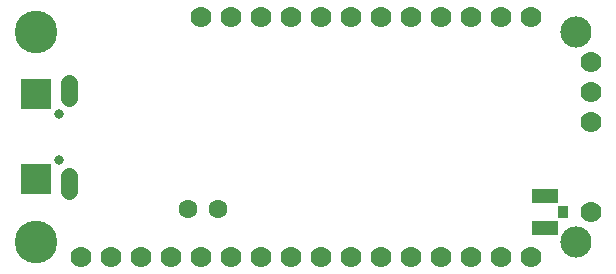
<source format=gbr>
G04 EAGLE Gerber RS-274X export*
G75*
%MOMM*%
%FSLAX34Y34*%
%LPD*%
%INSoldermask Bottom*%
%IPPOS*%
%AMOC8*
5,1,8,0,0,1.08239X$1,22.5*%
G01*
%ADD10C,2.641600*%
%ADD11C,3.617600*%
%ADD12C,0.801600*%
%ADD13R,2.601600X2.601600*%
%ADD14C,1.409600*%
%ADD15C,1.778000*%
%ADD16C,1.601600*%
%ADD17R,2.301600X1.151600*%
%ADD18R,0.901600X1.101600*%


D10*
X482600Y203200D03*
X482600Y25400D03*
D11*
X25400Y203200D03*
X25400Y25400D03*
D12*
X44450Y133800D03*
X44450Y94800D03*
D13*
X25450Y78300D03*
X25450Y150300D03*
D14*
X53450Y147300D02*
X53450Y160380D01*
X53450Y81300D02*
X53450Y68220D01*
D15*
X444500Y12700D03*
X419100Y12700D03*
X393700Y12700D03*
X368300Y12700D03*
X342900Y12700D03*
X317500Y12700D03*
X292100Y12700D03*
X266700Y12700D03*
X241300Y12700D03*
X215900Y12700D03*
X190500Y12700D03*
X165100Y12700D03*
X139700Y12700D03*
X114300Y12700D03*
X88900Y12700D03*
X63500Y12700D03*
X165100Y215900D03*
X190500Y215900D03*
X215900Y215900D03*
X241300Y215900D03*
X266700Y215900D03*
X292100Y215900D03*
X317500Y215900D03*
X342900Y215900D03*
X368300Y215900D03*
X393700Y215900D03*
X419100Y215900D03*
X444500Y215900D03*
D16*
X153670Y53340D03*
X179070Y53340D03*
D15*
X495300Y50800D03*
D17*
X455930Y37050D03*
X455930Y64550D03*
D18*
X471180Y50800D03*
D15*
X495300Y127000D03*
X495300Y152400D03*
X495300Y177800D03*
M02*

</source>
